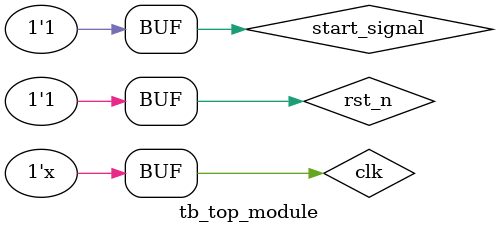
<source format=v>
`timescale 1ns / 1ps


module tb_top_module;

  // Parameters
parameter CLK_PERIOD = 50; //50MHz

  //Ports
  reg  clk;
  reg  rst_n;
  reg  start_signal;
  wire [7:0] out;
  wire  fc1_input_flag;
  wire [8:0] x_addr;
  wire [12:0] w_addr;
  wire [63:0] w_dout_1;
  wire [63:0] w_dout_2;
  wire [63:0] w_dout_3;
  wire [63:0] w_dout_4;
  wire [63:0] w_dout_5;
  wire [63:0] w_dout_6;
  wire [63:0] w_dout_7;
  wire [63:0] w_dout_8;
  wire [63:0] x_dout_1;
  wire [63:0] x_dout_2;
  wire [63:0] x_dout_3;
  wire [63:0] x_dout_4;
  wire [63:0] x_dout_5;
  wire [63:0] x_dout_6;
  wire [63:0] x_dout_7;
  wire [63:0] x_dout_8;

  top_module  top_module_inst (
    .clk(clk),
    .rst_n(rst_n),
    .start_signal(start_signal),
    .out(out),
    .fc1_input_flag(fc1_input_flag),
    .x_addr(x_addr),
    .w_addr(w_addr),
    .w_dout_1(w_dout_1),
    .w_dout_2(w_dout_2),
    .w_dout_3(w_dout_3),
    .w_dout_4(w_dout_4),
    .w_dout_5(w_dout_5),
    .w_dout_6(w_dout_6),
    .w_dout_7(w_dout_7),
    .w_dout_8(w_dout_8),
    .x_dout_1(x_dout_1),
    .x_dout_2(x_dout_2),
    .x_dout_3(x_dout_3),
    .x_dout_4(x_dout_4),
    .x_dout_5(x_dout_5),
    .x_dout_6(x_dout_6),
    .x_dout_7(x_dout_7),
    .x_dout_8(x_dout_8)
  );

//always #5  clk = ! clk ;

  initial begin
    clk = 1'b0;
    rst_n = 1'b1;
    start_signal = 1'b0;
    #100;
    rst_n = 1'b0;
    #100;
    rst_n = 1'b1;
    #100;
    start_signal = 1'b1;
  end

  always #5 clk = ~clk;

endmodule


</source>
